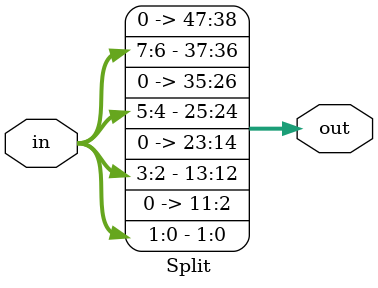
<source format=v>
`timescale 1ns / 1ps


module Split(
    input [7:0] in,
    output [47:0] out
    );
    
    assign out = {10'b0, in[7:6], 10'b0, in[5:4], 10'b0, in[3:2], 10'b0, in[1:0]};
    
endmodule

</source>
